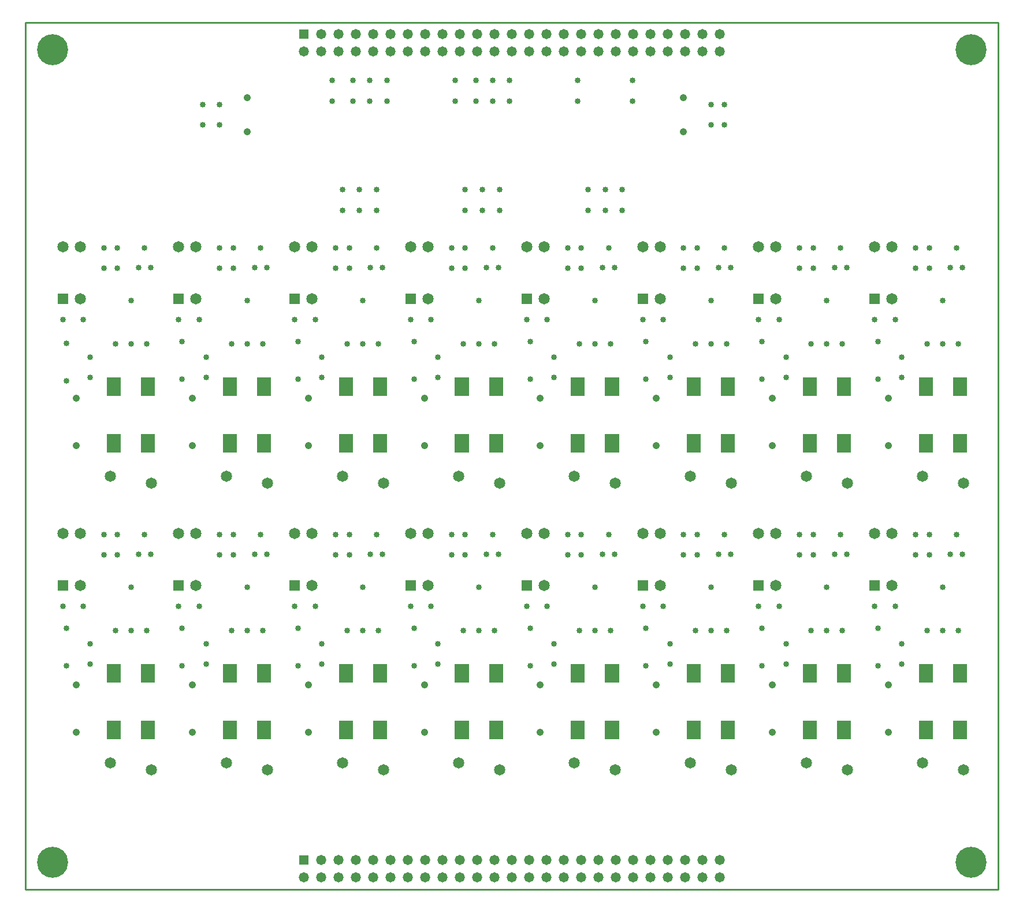
<source format=gbr>
*
*
G04 PADS Layout (Build Number 2005.266.2) generated Gerber (RS-274-X) file*
G04 PC Version=2.1*
*
%IN "cece_module_isoinput_10"*%
*
%MOMM*%
*
%FSLAX35Y35*%
*
*
*
*
G04 PC Standard Apertures*
*
*
G04 Thermal Relief Aperture macro.*
%AMTER*
1,1,$1,0,0*
1,0,$1-$2,0,0*
21,0,$3,$4,0,0,45*
21,0,$3,$4,0,0,135*
%
*
*
G04 Annular Aperture macro.*
%AMANN*
1,1,$1,0,0*
1,0,$2,0,0*
%
*
*
G04 Odd Aperture macro.*
%AMODD*
1,1,$1,0,0*
1,0,$1-0.005,0,0*
%
*
*
G04 PC Custom Aperture Macros*
*
*
*
*
*
*
G04 PC Aperture Table*
*
%ADD058C,0.254*%
%ADD079R,1.65X1.65*%
%ADD084R,1.4724X1.4724*%
%ADD085C,1.4724*%
%ADD089C,1.65*%
%ADD102R,2.05X2.05*%
%ADD109C,0.85*%
%ADD110C,1.05*%
%ADD112C,4.55*%
*
*
*
*
G04 PC Custom Flashes*
G04 Layer Name cece_module_isoinput_10 - flashes*
%LPD*%
*
*
G04 PC Circuitry*
G04 Layer Name cece_module_isoinput_10 - circuitry*
%LPD*%
*
G54D58*
G01X25400000Y12700000D02*
Y25400000D01*
X39660000*
Y12700000*
X25400000*
G54D79*
X25950000Y17150000D03*
X32750000Y21350000D03*
X34450000Y17150000D03*
Y21350000D03*
X36150000Y17150000D03*
Y21350000D03*
X37850000Y17150000D03*
Y21350000D03*
X25950000D03*
X27650000Y17150000D03*
Y21350000D03*
X29350000Y17150000D03*
Y21350000D03*
X31050000Y17150000D03*
Y21350000D03*
X32750000Y17150000D03*
G54D84*
X29482000Y13127000D03*
Y25227000D03*
G54D85*
Y12873000D03*
X29736000Y13127000D03*
Y12873000D03*
X29990000Y13127000D03*
Y12873000D03*
X30244000Y13127000D03*
Y12873000D03*
X30498000Y13127000D03*
Y12873000D03*
X30752000Y13127000D03*
Y12873000D03*
X31006000Y13127000D03*
Y12873000D03*
X31260000Y13127000D03*
Y12873000D03*
X31514000Y13127000D03*
Y12873000D03*
X31768000Y13127000D03*
Y12873000D03*
X32022000Y13127000D03*
Y12873000D03*
X32276000Y13127000D03*
Y12873000D03*
X32530000Y13127000D03*
Y12873000D03*
X32784000Y13127000D03*
Y12873000D03*
X33038000Y13127000D03*
Y12873000D03*
X33292000Y13127000D03*
Y12873000D03*
X33546000Y13127000D03*
Y12873000D03*
X33800000Y13127000D03*
Y12873000D03*
X34054000Y13127000D03*
Y12873000D03*
X34308000Y13127000D03*
Y12873000D03*
X34562000Y13127000D03*
Y12873000D03*
X34816000Y13127000D03*
Y12873000D03*
X35070000Y13127000D03*
Y12873000D03*
X35324000Y13127000D03*
Y12873000D03*
X35578000Y13127000D03*
Y12873000D03*
X29482000Y24973000D03*
X29736000Y25227000D03*
Y24973000D03*
X29990000Y25227000D03*
Y24973000D03*
X30244000Y25227000D03*
Y24973000D03*
X30498000Y25227000D03*
Y24973000D03*
X30752000Y25227000D03*
Y24973000D03*
X31006000Y25227000D03*
Y24973000D03*
X31260000Y25227000D03*
Y24973000D03*
X31514000Y25227000D03*
Y24973000D03*
X31768000Y25227000D03*
Y24973000D03*
X32022000Y25227000D03*
Y24973000D03*
X32276000Y25227000D03*
Y24973000D03*
X32530000Y25227000D03*
Y24973000D03*
X32784000Y25227000D03*
Y24973000D03*
X33038000Y25227000D03*
Y24973000D03*
X33292000Y25227000D03*
Y24973000D03*
X33546000Y25227000D03*
Y24973000D03*
X33800000Y25227000D03*
Y24973000D03*
X34054000Y25227000D03*
Y24973000D03*
X34308000Y25227000D03*
Y24973000D03*
X34562000Y25227000D03*
Y24973000D03*
X34816000Y25227000D03*
Y24973000D03*
X35070000Y25227000D03*
Y24973000D03*
X35324000Y25227000D03*
Y24973000D03*
X35578000Y25227000D03*
Y24973000D03*
G54D89*
X26204000Y17150000D03*
Y17912000D03*
X25950000D03*
X33004000Y21350000D03*
Y22112000D03*
X32750000D03*
X34704000Y17150000D03*
Y17912000D03*
X34450000D03*
X34704000Y21350000D03*
Y22112000D03*
X34450000D03*
X36404000Y17150000D03*
Y17912000D03*
X36150000D03*
X36404000Y21350000D03*
Y22112000D03*
X36150000D03*
X38104000Y17150000D03*
Y17912000D03*
X37850000D03*
X38104000Y21350000D03*
Y22112000D03*
X37850000D03*
X26204000Y21350000D03*
Y22112000D03*
X25950000D03*
X27904000Y17150000D03*
Y17912000D03*
X27650000D03*
X27904000Y21350000D03*
Y22112000D03*
X27650000D03*
X29604000Y17150000D03*
Y17912000D03*
X29350000D03*
X29604000Y21350000D03*
Y22112000D03*
X29350000D03*
X31304000Y17150000D03*
Y17912000D03*
X31050000D03*
X31304000Y21350000D03*
Y22112000D03*
X31050000D03*
X33004000Y17150000D03*
Y17912000D03*
X32750000D03*
X26650000Y14550000D03*
X27250000Y14450000D03*
X33450000Y18750000D03*
X34050000Y18650000D03*
X35150000Y14550000D03*
X35750000Y14450000D03*
X35150000Y18750000D03*
X35750000Y18650000D03*
X36850000Y14550000D03*
X37450000Y14450000D03*
X36850000Y18750000D03*
X37450000Y18650000D03*
X38550000Y14550000D03*
X39150000Y14450000D03*
X38550000Y18750000D03*
X39150000Y18650000D03*
X26650000Y18750000D03*
X27250000Y18650000D03*
X28350000Y14550000D03*
X28950000Y14450000D03*
X28350000Y18750000D03*
X28950000Y18650000D03*
X30050000Y14550000D03*
X30650000Y14450000D03*
X30050000Y18750000D03*
X30650000Y18650000D03*
X31750000Y14550000D03*
X32350000Y14450000D03*
X31750000Y18750000D03*
X32350000Y18650000D03*
X33450000Y14550000D03*
X34050000Y14450000D03*
G54D102*
X26700000Y15005000D02*
Y15065000D01*
X27200000Y15005000D02*
Y15065000D01*
Y15835000D02*
Y15895000D01*
X26700000Y15835000D02*
Y15895000D01*
X30100000Y19205000D02*
Y19265000D01*
X30600000Y19205000D02*
Y19265000D01*
Y20035000D02*
Y20095000D01*
X30100000Y20035000D02*
Y20095000D01*
X31800000Y15005000D02*
Y15065000D01*
X32300000Y15005000D02*
Y15065000D01*
Y15835000D02*
Y15895000D01*
X31800000Y15835000D02*
Y15895000D01*
Y19205000D02*
Y19265000D01*
X32300000Y19205000D02*
Y19265000D01*
Y20035000D02*
Y20095000D01*
X31800000Y20035000D02*
Y20095000D01*
X33500000Y15005000D02*
Y15065000D01*
X34000000Y15005000D02*
Y15065000D01*
Y15835000D02*
Y15895000D01*
X33500000Y15835000D02*
Y15895000D01*
Y19205000D02*
Y19265000D01*
X34000000Y19205000D02*
Y19265000D01*
Y20035000D02*
Y20095000D01*
X33500000Y20035000D02*
Y20095000D01*
X26700000Y19205000D02*
Y19265000D01*
X27200000Y19205000D02*
Y19265000D01*
Y20035000D02*
Y20095000D01*
X26700000Y20035000D02*
Y20095000D01*
X35200000Y15005000D02*
Y15065000D01*
X35700000Y15005000D02*
Y15065000D01*
Y15835000D02*
Y15895000D01*
X35200000Y15835000D02*
Y15895000D01*
Y19205000D02*
Y19265000D01*
X35700000Y19205000D02*
Y19265000D01*
Y20035000D02*
Y20095000D01*
X35200000Y20035000D02*
Y20095000D01*
X36900000Y15005000D02*
Y15065000D01*
X37400000Y15005000D02*
Y15065000D01*
Y15835000D02*
Y15895000D01*
X36900000Y15835000D02*
Y15895000D01*
Y19205000D02*
Y19265000D01*
X37400000Y19205000D02*
Y19265000D01*
Y20035000D02*
Y20095000D01*
X36900000Y20035000D02*
Y20095000D01*
X38600000Y15005000D02*
Y15065000D01*
X39100000Y15005000D02*
Y15065000D01*
Y15835000D02*
Y15895000D01*
X38600000Y15835000D02*
Y15895000D01*
Y19205000D02*
Y19265000D01*
X39100000Y19205000D02*
Y19265000D01*
Y20035000D02*
Y20095000D01*
X38600000Y20035000D02*
Y20095000D01*
X28400000Y15005000D02*
Y15065000D01*
X28900000Y15005000D02*
Y15065000D01*
Y15835000D02*
Y15895000D01*
X28400000Y15835000D02*
Y15895000D01*
Y19205000D02*
Y19265000D01*
X28900000Y19205000D02*
Y19265000D01*
Y20035000D02*
Y20095000D01*
X28400000Y20035000D02*
Y20095000D01*
X30100000Y15005000D02*
Y15065000D01*
X30600000Y15005000D02*
Y15065000D01*
Y15835000D02*
Y15895000D01*
X30100000Y15835000D02*
Y15895000D01*
G54D109*
X29900000Y24250000D03*
Y24550000D03*
X31700000Y24250000D03*
Y24550000D03*
X33500000Y24250000D03*
Y24550000D03*
X35650000Y24200000D03*
Y23900000D03*
X35450000Y24200000D03*
Y23900000D03*
X28250000Y24200000D03*
Y23900000D03*
X28000000Y24200000D03*
Y23900000D03*
X29400000Y16525000D03*
Y15975000D03*
Y20725000D03*
Y20175000D03*
X31100000Y16525000D03*
Y15975000D03*
Y20725000D03*
Y20175000D03*
X32800000Y16525000D03*
Y15975000D03*
Y20725000D03*
Y20175000D03*
X34500000Y16525000D03*
Y15975000D03*
Y20725000D03*
Y20175000D03*
X36200000Y16525000D03*
Y15975000D03*
Y20725000D03*
Y20175000D03*
X26000000Y16525000D03*
Y15975000D03*
X37900000Y16525000D03*
Y15975000D03*
Y20725000D03*
Y20175000D03*
X26000000Y20700000D03*
Y20150000D03*
X27700000Y16525000D03*
Y15975000D03*
Y20725000D03*
Y20175000D03*
X26721400Y16496000D03*
X26950000D03*
X27178600D03*
X26950000Y17124650D03*
X30121400Y20696000D03*
X30350000D03*
X30578600D03*
X30350000Y21324650D03*
X30461100Y17610300D03*
X30638900D03*
X30550000Y17900000D03*
X30461100Y21810300D03*
X30638900D03*
X30550000Y22100000D03*
X31821400Y16496000D03*
X32050000D03*
X32278600D03*
X32050000Y17124650D03*
X31821400Y20696000D03*
X32050000D03*
X32278600D03*
X32050000Y21324650D03*
X32161100Y17610300D03*
X32338900D03*
X32250000Y17900000D03*
X32161100Y21810300D03*
X32338900D03*
X32250000Y22100000D03*
X33521400Y16496000D03*
X33750000D03*
X33978600D03*
X33750000Y17124650D03*
X33521400Y20696000D03*
X33750000D03*
X33978600D03*
X33750000Y21324650D03*
X33861100Y17610300D03*
X34038900D03*
X33950000Y17900000D03*
X26721400Y20696000D03*
X26950000D03*
X27178600D03*
X26950000Y21324650D03*
X33861100Y21810300D03*
X34038900D03*
X33950000Y22100000D03*
X35221400Y16496000D03*
X35450000D03*
X35678600D03*
X35450000Y17124650D03*
X35221400Y20696000D03*
X35450000D03*
X35678600D03*
X35450000Y21324650D03*
X35561100Y17610300D03*
X35738900D03*
X35650000Y17900000D03*
X35561100Y21810300D03*
X35738900D03*
X35650000Y22100000D03*
X36921400Y16496000D03*
X37150000D03*
X37378600D03*
X37150000Y17124650D03*
X36921400Y20696000D03*
X37150000D03*
X37378600D03*
X37150000Y21324650D03*
X37261100Y17610300D03*
X37438900D03*
X37350000Y17900000D03*
X37261100Y21810300D03*
X37438900D03*
X37350000Y22100000D03*
X38621400Y16496000D03*
X38850000D03*
X39078600D03*
X38850000Y17124650D03*
X27061100Y17610300D03*
X27238900D03*
X27150000Y17900000D03*
X38621400Y20696000D03*
X38850000D03*
X39078600D03*
X38850000Y21324650D03*
X38961100Y17610300D03*
X39138900D03*
X39050000Y17900000D03*
X38961100Y21810300D03*
X39138900D03*
X39050000Y22100000D03*
X27061100Y21810300D03*
X27238900D03*
X27150000Y22100000D03*
X28421400Y16496000D03*
X28650000D03*
X28878600D03*
X28650000Y17124650D03*
X28421400Y20696000D03*
X28650000D03*
X28878600D03*
X28650000Y21324650D03*
X28761100Y17610300D03*
X28938900D03*
X28850000Y17900000D03*
X28761100Y21810300D03*
X28938900D03*
X28850000Y22100000D03*
X30121400Y16496000D03*
X30350000D03*
X30578600D03*
X30350000Y17124650D03*
X26250000Y16850000D03*
X25950000D03*
X26550000Y21800000D03*
Y22100000D03*
X27950000Y16850000D03*
X27650000D03*
X27950000Y21050000D03*
X27650000D03*
X28050000Y16000000D03*
Y16300000D03*
X28450000Y17600000D03*
Y17900000D03*
X28050000Y20200000D03*
Y20500000D03*
X30550000Y22950000D03*
Y22650000D03*
X28450000Y21800000D03*
Y22100000D03*
X30700000Y24250000D03*
Y24550000D03*
X28250000Y17600000D03*
Y17900000D03*
X26250000Y21050000D03*
X25950000D03*
X28250000Y21800000D03*
Y22100000D03*
X29650000Y16850000D03*
X29350000D03*
X29650000Y21050000D03*
X29350000D03*
X29750000Y16000000D03*
Y16300000D03*
X30150000Y17600000D03*
Y17900000D03*
X29750000Y20200000D03*
Y20500000D03*
X30150000Y21800000D03*
Y22100000D03*
X30450000Y24250000D03*
Y24550000D03*
X30200000Y24250000D03*
Y24550000D03*
X29950000Y17600000D03*
Y17900000D03*
X26350000Y16000000D03*
Y16300000D03*
X29950000Y21800000D03*
Y22100000D03*
X31350000Y16850000D03*
X31050000D03*
X31350000Y21050000D03*
X31050000D03*
X31450000Y16000000D03*
Y16300000D03*
X31850000Y17600000D03*
Y17900000D03*
X31450000Y20200000D03*
Y20500000D03*
X31850000Y21800000D03*
Y22100000D03*
Y22950000D03*
Y22650000D03*
X32100000Y22950000D03*
Y22650000D03*
X31650000Y17600000D03*
Y17900000D03*
X26750000Y17600000D03*
Y17900000D03*
X31650000Y21800000D03*
Y22100000D03*
X33050000Y16850000D03*
X32750000D03*
X33050000Y21050000D03*
X32750000D03*
X33150000Y16000000D03*
Y16300000D03*
X33550000Y17600000D03*
Y17900000D03*
Y21800000D03*
Y22100000D03*
X32350000Y22950000D03*
Y22650000D03*
X33150000Y20200000D03*
Y20500000D03*
X32500000Y24250000D03*
Y24550000D03*
X33350000Y17600000D03*
Y17900000D03*
X26350000Y20200000D03*
Y20500000D03*
X33350000Y21800000D03*
Y22100000D03*
X34750000Y16850000D03*
X34450000D03*
X34750000Y21050000D03*
X34450000D03*
X34850000Y16000000D03*
Y16300000D03*
X35250000Y17600000D03*
Y17900000D03*
X34850000Y20200000D03*
Y20500000D03*
X32250000Y24250000D03*
Y24550000D03*
X35250000Y21800000D03*
Y22100000D03*
X32010000Y24250000D03*
Y24550000D03*
X35050000Y17600000D03*
Y17900000D03*
X26750000Y21800000D03*
Y22100000D03*
X35050000Y21800000D03*
Y22100000D03*
X36450000Y16850000D03*
X36150000D03*
X36450000Y21050000D03*
X36150000D03*
X36550000Y16000000D03*
Y16300000D03*
X36950000Y17600000D03*
Y17900000D03*
Y21800000D03*
Y22100000D03*
X33650000Y22950000D03*
Y22650000D03*
X36550000Y20200000D03*
Y20500000D03*
X33900000Y22950000D03*
Y22650000D03*
X36750000Y17600000D03*
Y17900000D03*
X30050000Y22950000D03*
Y22650000D03*
X36750000Y21800000D03*
Y22100000D03*
X38150000Y16850000D03*
X37850000D03*
X38150000Y21050000D03*
X37850000D03*
X38250000Y16000000D03*
Y16300000D03*
X38650000Y17600000D03*
Y17900000D03*
X38250000Y20200000D03*
Y20500000D03*
X34150000Y22950000D03*
Y22650000D03*
X38650000Y21800000D03*
Y22100000D03*
X34300000Y24250000D03*
Y24550000D03*
X38450000Y17600000D03*
Y17900000D03*
X30300000Y22950000D03*
Y22650000D03*
X38450000Y21800000D03*
Y22100000D03*
X26550000Y17600000D03*
Y17900000D03*
X29900000Y24250000D03*
Y24550000D03*
X31700000Y24250000D03*
Y24550000D03*
X33500000Y24250000D03*
Y24550000D03*
X35650000Y24200000D03*
Y23900000D03*
X35450000Y24200000D03*
Y23900000D03*
X28250000Y24200000D03*
Y23900000D03*
X28000000Y24200000D03*
Y23900000D03*
X29400000Y16525000D03*
Y15975000D03*
Y20725000D03*
Y20175000D03*
X31100000Y16525000D03*
Y15975000D03*
Y20725000D03*
Y20175000D03*
X32800000Y16525000D03*
Y15975000D03*
Y20725000D03*
Y20175000D03*
X34500000Y16525000D03*
Y15975000D03*
Y20725000D03*
Y20175000D03*
X36200000Y16525000D03*
Y15975000D03*
Y20725000D03*
Y20175000D03*
X26000000Y16525000D03*
Y15975000D03*
X37900000Y16525000D03*
Y15975000D03*
Y20725000D03*
Y20175000D03*
X26000000Y20700000D03*
Y20150000D03*
X27700000Y16525000D03*
Y15975000D03*
Y20725000D03*
Y20175000D03*
X26721400Y16496000D03*
X26950000D03*
X27178600D03*
X26950000Y17124650D03*
X30121400Y20696000D03*
X30350000D03*
X30578600D03*
X30350000Y21324650D03*
X30461100Y17610300D03*
X30638900D03*
X30550000Y17900000D03*
X30461100Y21810300D03*
X30638900D03*
X30550000Y22100000D03*
X31821400Y16496000D03*
X32050000D03*
X32278600D03*
X32050000Y17124650D03*
X31821400Y20696000D03*
X32050000D03*
X32278600D03*
X32050000Y21324650D03*
X32161100Y17610300D03*
X32338900D03*
X32250000Y17900000D03*
X32161100Y21810300D03*
X32338900D03*
X32250000Y22100000D03*
X33521400Y16496000D03*
X33750000D03*
X33978600D03*
X33750000Y17124650D03*
X33521400Y20696000D03*
X33750000D03*
X33978600D03*
X33750000Y21324650D03*
X33861100Y17610300D03*
X34038900D03*
X33950000Y17900000D03*
X26721400Y20696000D03*
X26950000D03*
X27178600D03*
X26950000Y21324650D03*
X33861100Y21810300D03*
X34038900D03*
X33950000Y22100000D03*
X35221400Y16496000D03*
X35450000D03*
X35678600D03*
X35450000Y17124650D03*
X35221400Y20696000D03*
X35450000D03*
X35678600D03*
X35450000Y21324650D03*
X35561100Y17610300D03*
X35738900D03*
X35650000Y17900000D03*
X35561100Y21810300D03*
X35738900D03*
X35650000Y22100000D03*
X36921400Y16496000D03*
X37150000D03*
X37378600D03*
X37150000Y17124650D03*
X36921400Y20696000D03*
X37150000D03*
X37378600D03*
X37150000Y21324650D03*
X37261100Y17610300D03*
X37438900D03*
X37350000Y17900000D03*
X37261100Y21810300D03*
X37438900D03*
X37350000Y22100000D03*
X38621400Y16496000D03*
X38850000D03*
X39078600D03*
X38850000Y17124650D03*
X27061100Y17610300D03*
X27238900D03*
X27150000Y17900000D03*
X38621400Y20696000D03*
X38850000D03*
X39078600D03*
X38850000Y21324650D03*
X38961100Y17610300D03*
X39138900D03*
X39050000Y17900000D03*
X38961100Y21810300D03*
X39138900D03*
X39050000Y22100000D03*
X27061100Y21810300D03*
X27238900D03*
X27150000Y22100000D03*
X28421400Y16496000D03*
X28650000D03*
X28878600D03*
X28650000Y17124650D03*
X28421400Y20696000D03*
X28650000D03*
X28878600D03*
X28650000Y21324650D03*
X28761100Y17610300D03*
X28938900D03*
X28850000Y17900000D03*
X28761100Y21810300D03*
X28938900D03*
X28850000Y22100000D03*
X30121400Y16496000D03*
X30350000D03*
X30578600D03*
X30350000Y17124650D03*
X26250000Y16850000D03*
X25950000D03*
X26550000Y21800000D03*
Y22100000D03*
X27950000Y16850000D03*
X27650000D03*
X27950000Y21050000D03*
X27650000D03*
X28050000Y16000000D03*
Y16300000D03*
X28450000Y17600000D03*
Y17900000D03*
X28050000Y20200000D03*
Y20500000D03*
X30550000Y22950000D03*
Y22650000D03*
X28450000Y21800000D03*
Y22100000D03*
X30700000Y24250000D03*
Y24550000D03*
X28250000Y17600000D03*
Y17900000D03*
X26250000Y21050000D03*
X25950000D03*
X28250000Y21800000D03*
Y22100000D03*
X29650000Y16850000D03*
X29350000D03*
X29650000Y21050000D03*
X29350000D03*
X29750000Y16000000D03*
Y16300000D03*
X30150000Y17600000D03*
Y17900000D03*
X29750000Y20200000D03*
Y20500000D03*
X30150000Y21800000D03*
Y22100000D03*
X30450000Y24250000D03*
Y24550000D03*
X30200000Y24250000D03*
Y24550000D03*
X29950000Y17600000D03*
Y17900000D03*
X26350000Y16000000D03*
Y16300000D03*
X29950000Y21800000D03*
Y22100000D03*
X31350000Y16850000D03*
X31050000D03*
X31350000Y21050000D03*
X31050000D03*
X31450000Y16000000D03*
Y16300000D03*
X31850000Y17600000D03*
Y17900000D03*
X31450000Y20200000D03*
Y20500000D03*
X31850000Y21800000D03*
Y22100000D03*
Y22950000D03*
Y22650000D03*
X32100000Y22950000D03*
Y22650000D03*
X31650000Y17600000D03*
Y17900000D03*
X26750000Y17600000D03*
Y17900000D03*
X31650000Y21800000D03*
Y22100000D03*
X33050000Y16850000D03*
X32750000D03*
X33050000Y21050000D03*
X32750000D03*
X33150000Y16000000D03*
Y16300000D03*
X33550000Y17600000D03*
Y17900000D03*
Y21800000D03*
Y22100000D03*
X32350000Y22950000D03*
Y22650000D03*
X33150000Y20200000D03*
Y20500000D03*
X32500000Y24250000D03*
Y24550000D03*
X33350000Y17600000D03*
Y17900000D03*
X26350000Y20200000D03*
Y20500000D03*
X33350000Y21800000D03*
Y22100000D03*
X34750000Y16850000D03*
X34450000D03*
X34750000Y21050000D03*
X34450000D03*
X34850000Y16000000D03*
Y16300000D03*
X35250000Y17600000D03*
Y17900000D03*
X34850000Y20200000D03*
Y20500000D03*
X32250000Y24250000D03*
Y24550000D03*
X35250000Y21800000D03*
Y22100000D03*
X32010000Y24250000D03*
Y24550000D03*
X35050000Y17600000D03*
Y17900000D03*
X26750000Y21800000D03*
Y22100000D03*
X35050000Y21800000D03*
Y22100000D03*
X36450000Y16850000D03*
X36150000D03*
X36450000Y21050000D03*
X36150000D03*
X36550000Y16000000D03*
Y16300000D03*
X36950000Y17600000D03*
Y17900000D03*
Y21800000D03*
Y22100000D03*
X33650000Y22950000D03*
Y22650000D03*
X36550000Y20200000D03*
Y20500000D03*
X33900000Y22950000D03*
Y22650000D03*
X36750000Y17600000D03*
Y17900000D03*
X30050000Y22950000D03*
Y22650000D03*
X36750000Y21800000D03*
Y22100000D03*
X38150000Y16850000D03*
X37850000D03*
X38150000Y21050000D03*
X37850000D03*
X38250000Y16000000D03*
Y16300000D03*
X38650000Y17600000D03*
Y17900000D03*
X38250000Y20200000D03*
Y20500000D03*
X34150000Y22950000D03*
Y22650000D03*
X38650000Y21800000D03*
Y22100000D03*
X34300000Y24250000D03*
Y24550000D03*
X38450000Y17600000D03*
Y17900000D03*
X30300000Y22950000D03*
Y22650000D03*
X38450000Y21800000D03*
Y22100000D03*
X26550000Y17600000D03*
Y17900000D03*
G54D110*
X26150000Y15000000D03*
Y15700000D03*
X32950000Y19200000D03*
Y19900000D03*
X34650000Y15000000D03*
Y15700000D03*
Y19200000D03*
Y19900000D03*
X36350000Y15000000D03*
Y15700000D03*
Y19200000D03*
Y19900000D03*
X38050000Y15000000D03*
Y15700000D03*
Y19200000D03*
Y19900000D03*
X28650000Y24300000D03*
Y23800000D03*
X35050000Y24300000D03*
Y23800000D03*
X26150000Y19200000D03*
Y19900000D03*
X27850000Y15000000D03*
Y15700000D03*
Y19200000D03*
Y19900000D03*
X29550000Y15000000D03*
Y15700000D03*
Y19200000D03*
Y19900000D03*
X31250000Y15000000D03*
Y15700000D03*
Y19200000D03*
Y19900000D03*
X32950000Y15000000D03*
Y15700000D03*
X26150000Y15000000D03*
Y15700000D03*
X32950000Y19200000D03*
Y19900000D03*
X34650000Y15000000D03*
Y15700000D03*
Y19200000D03*
Y19900000D03*
X36350000Y15000000D03*
Y15700000D03*
Y19200000D03*
Y19900000D03*
X38050000Y15000000D03*
Y15700000D03*
Y19200000D03*
Y19900000D03*
X28650000Y24300000D03*
Y23800000D03*
X35050000Y24300000D03*
Y23800000D03*
X26150000Y19200000D03*
Y19900000D03*
X27850000Y15000000D03*
Y15700000D03*
Y19200000D03*
Y19900000D03*
X29550000Y15000000D03*
Y15700000D03*
Y19200000D03*
Y19900000D03*
X31250000Y15000000D03*
Y15700000D03*
Y19200000D03*
Y19900000D03*
X32950000Y15000000D03*
Y15700000D03*
G54D112*
X25800000Y25000000D03*
X39260000D03*
Y13100000D03*
X25800000D03*
X0Y0D02*
M02*

</source>
